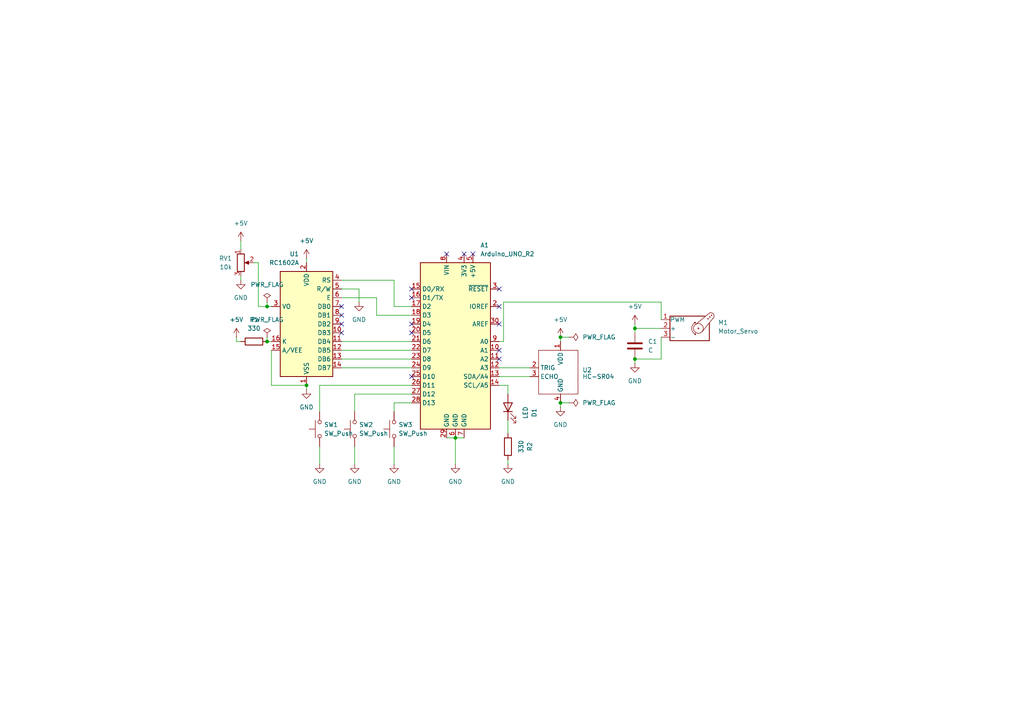
<source format=kicad_sch>
(kicad_sch (version 20250114) (generator "eeschema") (generator_version "9.0")
  (paper "A4")
  (title_block (title "Menu") (date "2025-05-01") (rev "v1") (comment 1 "Menu em um LCD"))
  (lib_symbols
    (symbol "Device:C" (pin_numbers (hide yes)) (pin_names (offset 0.254))
      (property "Reference" "C" (at 0.635 2.54 0))
      (property "Value" "C" (at 0.635 -2.54 0))
      (symbol "C_0_1"
        (polyline (pts (xy -2.032 0.762) (xy 2.032 0.762)) (stroke (width 0.508)))
        (polyline (pts (xy -2.032 -0.762) (xy 2.032 -0.762)) (stroke (width 0.508)))
      )
      (symbol "C_1_1"
        (pin passive line (at 0 3.81 270) (length 2.794) (name "~") (number "1"))
        (pin passive line (at 0 -3.81 90) (length 2.794) (name "~") (number "2"))
      )
    )
    (symbol "Device:LED" (pin_numbers (hide yes)) (pin_names (offset 1.016) (hide yes))
      (property "Reference" "D" (at 0 2.54 0))
      (property "Value" "LED" (at 0 -2.54 0))
      (symbol "LED_0_1"
        (polyline (pts (xy -3.048 -0.762) (xy -4.572 -2.286) (xy -3.81 -2.286) (xy -4.572 -2.286) (xy -4.572 -1.524)))
        (polyline (pts (xy -1.778 -0.762) (xy -3.302 -2.286) (xy -2.54 -2.286) (xy -3.302 -2.286) (xy -3.302 -1.524)))
        (polyline (pts (xy -1.27 0) (xy 1.27 0)))
        (polyline (pts (xy -1.27 -1.27) (xy -1.27 1.27)) (stroke (width 0.254)))
        (polyline (pts (xy 1.27 -1.27) (xy 1.27 1.27) (xy -1.27 0) (xy 1.27 -1.27)) (stroke (width 0.254)))
      )
      (symbol "LED_1_1"
        (pin passive line (at -3.81 0 0) (length 2.54) (name "K") (number "1"))
        (pin passive line (at 3.81 0 180) (length 2.54) (name "A") (number "2"))
      )
    )
    (symbol "Device:R" (pin_numbers (hide yes)) (pin_names (offset 0))
      (property "Reference" "R" (at 2.032 0 90))
      (property "Value" "R" (at 0 0 90))
      (symbol "R_0_1"
        (rectangle (start -1.016 -2.54) (end 1.016 2.54) (stroke (width 0.254)))
      )
      (symbol "R_1_1"
        (pin passive line (at 0 3.81 270) (length 1.27) (name "~") (number "1"))
        (pin passive line (at 0 -3.81 90) (length 1.27) (name "~") (number "2"))
      )
    )
    (symbol "Device:R_Potentiometer" (pin_names (offset 1.016) (hide yes))
      (property "Reference" "RV" (at -4.445 0 90))
      (property "Value" "R_Potentiometer" (at -2.54 0 90))
      (symbol "R_Potentiometer_0_1"
        (rectangle (start 1.016 2.54) (end -1.016 -2.54) (stroke (width 0.254)))
        (polyline (pts (xy 1.143 0) (xy 2.286 0.508) (xy 2.286 -0.508) (xy 1.143 0)) (fill (type outline)))
        (polyline (pts (xy 2.54 0) (xy 1.524 0)))
      )
      (symbol "R_Potentiometer_1_1"
        (pin passive line (at 0 3.81 270) (length 1.27) (name "1") (number "1"))
        (pin passive line (at 0 -3.81 90) (length 1.27) (name "3") (number "3"))
        (pin passive line (at 3.81 0 180) (length 1.27) (name "2") (number "2"))
      )
    )
    (symbol "Display_Character:RC1602A"
      (property "Reference" "U" (at -6.35 16.51 0))
      (property "Value" "RC1602A" (at 2.794 16.51 0))
      (symbol "RC1602A_0_1"
        (rectangle (start -7.62 15.24) (end 7.62 -15.24) (stroke (width 0.254)) (fill (type background)))
      )
      (symbol "RC1602A_1_1"
        (pin input line (at -10.16 12.7 0) (length 2.54) (name "RS") (number "4"))
        (pin input line (at -10.16 10.16 0) (length 2.54) (name "R/W") (number "5"))
        (pin input line (at -10.16 7.62 0) (length 2.54) (name "E") (number "6"))
        (pin bidirectional line (at -10.16 5.08 0) (length 2.54) (name "DB0") (number "7"))
        (pin bidirectional line (at -10.16 2.54 0) (length 2.54) (name "DB1") (number "8"))
        (pin bidirectional line (at -10.16 0 0) (length 2.54) (name "DB2") (number "9"))
        (pin bidirectional line (at -10.16 -2.54 0) (length 2.54) (name "DB3") (number "10"))
        (pin bidirectional line (at -10.16 -5.08 0) (length 2.54) (name "DB4") (number "11"))
        (pin bidirectional line (at -10.16 -7.62 0) (length 2.54) (name "DB5") (number "12"))
        (pin bidirectional line (at -10.16 -10.16 0) (length 2.54) (name "DB6") (number "13"))
        (pin bidirectional line (at -10.16 -12.7 0) (length 2.54) (name "DB7") (number "14"))
        (pin power_in line (at 0 17.78 270) (length 2.54) (name "VDD") (number "2"))
        (pin power_in line (at 0 -17.78 90) (length 2.54) (name "VSS") (number "1"))
        (pin power_in line (at 10.16 5.08 180) (length 2.54) (name "VO") (number "3"))
        (pin power_in line (at 10.16 -5.08 180) (length 2.54) (name "K") (number "16"))
        (pin power_in line (at 10.16 -7.62 180) (length 2.54) (name "A/VEE") (number "15"))
      )
    )
    (symbol "MCU_Module:Arduino_UNO_R2"
      (property "Reference" "A" (at -10.16 23.495 0))
      (property "Value" "Arduino_UNO_R2" (at 5.08 -26.67 0))
      (symbol "Arduino_UNO_R2_0_1"
        (rectangle (start -10.16 22.86) (end 10.16 -25.4) (stroke (width 0.254)) (fill (type background)))
      )
      (symbol "Arduino_UNO_R2_1_1"
        (pin bidirectional line (at -12.7 15.24 0) (length 2.54) (name "D0/RX") (number "15"))
        (pin bidirectional line (at -12.7 12.7 0) (length 2.54) (name "D1/TX") (number "16"))
        (pin bidirectional line (at -12.7 10.16 0) (length 2.54) (name "D2") (number "17"))
        (pin bidirectional line (at -12.7 7.62 0) (length 2.54) (name "D3") (number "18"))
        (pin bidirectional line (at -12.7 5.08 0) (length 2.54) (name "D4") (number "19"))
        (pin bidirectional line (at -12.7 2.54 0) (length 2.54) (name "D5") (number "20"))
        (pin bidirectional line (at -12.7 0 0) (length 2.54) (name "D6") (number "21"))
        (pin bidirectional line (at -12.7 -2.54 0) (length 2.54) (name "D7") (number "22"))
        (pin bidirectional line (at -12.7 -5.08 0) (length 2.54) (name "D8") (number "23"))
        (pin bidirectional line (at -12.7 -7.62 0) (length 2.54) (name "D9") (number "24"))
        (pin bidirectional line (at -12.7 -10.16 0) (length 2.54) (name "D10") (number "25"))
        (pin bidirectional line (at -12.7 -12.7 0) (length 2.54) (name "D11") (number "26"))
        (pin bidirectional line (at -12.7 -15.24 0) (length 2.54) (name "D12") (number "27"))
        (pin bidirectional line (at -12.7 -17.78 0) (length 2.54) (name "D13") (number "28"))
        (pin no_connect line (at -10.16 -20.32 0) (length 2.54) (hide yes) (name "NC") (number "1"))
        (pin power_in line (at -2.54 25.4 270) (length 2.54) (name "VIN") (number "8"))
        (pin power_in line (at -2.54 -27.94 90) (length 2.54) (name "GND") (number "29"))
        (pin power_in line (at 0 -27.94 90) (length 2.54) (name "GND") (number "6"))
        (pin power_out line (at 2.54 25.4 270) (length 2.54) (name "3V3") (number "4"))
        (pin power_in line (at 2.54 -27.94 90) (length 2.54) (name "GND") (number "7"))
        (pin power_out line (at 5.08 25.4 270) (length 2.54) (name "+5V") (number "5"))
        (pin input line (at 12.7 15.24 180) (length 2.54) (name "~{RESET}") (number "3"))
        (pin output line (at 12.7 10.16 180) (length 2.54) (name "IOREF") (number "2"))
        (pin input line (at 12.7 5.08 180) (length 2.54) (name "AREF") (number "30"))
        (pin bidirectional line (at 12.7 0 180) (length 2.54) (name "A0") (number "9"))
        (pin bidirectional line (at 12.7 -2.54 180) (length 2.54) (name "A1") (number "10"))
        (pin bidirectional line (at 12.7 -5.08 180) (length 2.54) (name "A2") (number "11"))
        (pin bidirectional line (at 12.7 -7.62 180) (length 2.54) (name "A3") (number "12"))
        (pin bidirectional line (at 12.7 -10.16 180) (length 2.54) (name "SDA/A4") (number "13"))
        (pin bidirectional line (at 12.7 -12.7 180) (length 2.54) (name "SCL/A5") (number "14"))
      )
    )
    (symbol "Motor:Motor_Servo" (pin_names (offset 0.0254))
      (property "Reference" "M" (at -5.08 4.445 0))
      (property "Value" "Motor_Servo" (at -5.08 -4.064 0))
      (symbol "Motor_Servo_0_1"
        (polyline (pts (xy 2.413 1.778) (xy 1.905 1.778)))
        (polyline (pts (xy 2.413 1.778) (xy 2.286 1.397)))
        (polyline (pts (xy 2.413 -1.778) (xy 2.032 -1.778)))
        (polyline (pts (xy 2.413 -1.778) (xy 2.286 -1.397)))
        (arc (start 2.413 -1.778) (mid 1.2406 0) (end 2.413 1.778))
        (circle (center 3.175 0) (radius 0.1778))
        (circle (center 3.175 0) (radius 1.4224))
        (polyline (pts (xy 5.08 3.556) (xy -5.08 3.556) (xy -5.08 -3.556) (xy 6.35 -3.556) (xy 6.35 1.524)) (stroke (width 0.254)))
        (circle (center 5.969 2.794) (radius 0.127))
        (polyline (pts (xy 6.35 4.445) (xy 2.54 1.27)))
        (circle (center 6.477 3.302) (radius 0.127))
        (arc (start 6.35 4.445) (mid 7.4487 4.2737) (end 7.62 3.175))
        (circle (center 6.985 3.81) (radius 0.127))
        (polyline (pts (xy 7.62 3.175) (xy 4.191 -1.016)))
      )
      (symbol "Motor_Servo_1_1"
        (pin passive line (at -7.62 2.54 0) (length 2.54) (name "PWM") (number "1"))
        (pin passive line (at -7.62 0 0) (length 2.54) (name "+") (number "2"))
        (pin passive line (at -7.62 -2.54 0) (length 2.54) (name "-") (number "3"))
      )
    )
    (symbol "Switch:SW_Push" (pin_numbers (hide yes)) (pin_names (offset 1.016) (hide yes))
      (property "Reference" "SW" (at 1.27 2.54 0))
      (property "Value" "SW_Push" (at 0 -1.524 0))
      (symbol "SW_Push_0_1"
        (circle (center -2.032 0) (radius 0.508))
        (polyline (pts (xy 0 1.27) (xy 0 3.048)))
        (circle (center 2.032 0) (radius 0.508))
        (polyline (pts (xy 2.54 1.27) (xy -2.54 1.27)))
        (pin passive line (at -5.08 0 0) (length 2.54) (name "1") (number "1"))
        (pin passive line (at 5.08 0 180) (length 2.54) (name "2") (number "2"))
      )
    )
    (symbol "power:+5V" (power) (pin_numbers (hide yes)) (pin_names (offset 0) (hide yes))
      (property "Value" "+5V" (at 0 3.556 0))
      (symbol "+5V_0_1"
        (polyline (pts (xy -0.762 1.27) (xy 0 2.54)))
        (polyline (pts (xy 0 2.54) (xy 0.762 1.27)))
        (polyline (pts (xy 0 0) (xy 0 2.54)))
      )
      (symbol "+5V_1_1"
        (pin power_in line (at 0 0 90) (length 0) (name "~") (number "1"))
      )
    )
    (symbol "power:GND" (power) (pin_numbers (hide yes)) (pin_names (offset 0) (hide yes))
      (property "Value" "GND" (at 0 -3.81 0))
      (symbol "GND_0_1"
        (polyline (pts (xy 0 0) (xy 0 -1.27) (xy 1.27 -1.27) (xy 0 -2.54) (xy -1.27 -1.27) (xy 0 -1.27)))
      )
      (symbol "GND_1_1"
        (pin power_in line (at 0 0 270) (length 0) (name "~") (number "1"))
      )
    )
    (symbol "power:PWR_FLAG" (power) (pin_numbers (hide yes)) (pin_names (offset 0) (hide yes))
      (property "Value" "PWR_FLAG" (at 0 3.81 0))
      (symbol "PWR_FLAG_0_0"
        (pin power_out line (at 0 0 90) (length 0) (name "~") (number "1"))
      )
      (symbol "PWR_FLAG_0_1"
        (polyline (pts (xy 0 0) (xy 0 1.27) (xy -1.016 1.905) (xy 0 2.54) (xy 1.016 1.905) (xy 0 1.27)))
      )
    )
    (symbol "sensor:hc-sr04"
      (property "Reference" "U" (at 0 0 0))
      (property "Value" "HC-SR04" (at 10.414 0 0))
      (symbol "hc-sr04_0_1"
        (rectangle (start -6.35 6.35) (end 5.08 -6.35))
      )
      (symbol "hc-sr04_1_1"
        (pin output line (at -8.89 1.27 0) (length 2.54) (name "TRIG") (number "2"))
        (pin input line (at -8.89 -1.27 0) (length 2.54) (name "ECHO") (number "3"))
        (pin power_in line (at 0 8.89 270) (length 2.54) (name "VDD") (number "1"))
        (pin power_in line (at 0 -8.89 90) (length 2.54) (name "GND") (number "4"))
      )
    )
  )
  (junction (at 162.56 116.84))
  (junction (at 77.47 88.9))
  (junction (at 184.15 95.25))
  (junction (at 184.15 104.14))
  (junction (at 162.56 97.79))
  (junction (at 77.47 99.06))
  (junction (at 132.08 127))
  (junction (at 88.9 111.76))
  (no_connect (at 119.38 93.98))
  (no_connect (at 119.38 96.52))
  (no_connect (at 144.78 88.9))
  (no_connect (at 144.78 101.6))
  (no_connect (at 144.78 83.82))
  (no_connect (at 99.06 93.98))
  (no_connect (at 129.54 73.66))
  (no_connect (at 144.78 104.14))
  (no_connect (at 99.06 91.44))
  (no_connect (at 119.38 83.82))
  (no_connect (at 99.06 96.52))
  (no_connect (at 144.78 93.98))
  (no_connect (at 119.38 86.36))
  (no_connect (at 99.06 88.9))
  (no_connect (at 134.62 73.66))
  (no_connect (at 119.38 109.22))
  (no_connect (at 137.16 73.66))
  (wire (pts (xy 73.66 76.2) (xy 74.93 76.2)))
  (wire (pts (xy 162.56 97.79) (xy 162.56 99.06)))
  (wire (pts (xy 77.47 88.9) (xy 78.74 88.9)))
  (wire (pts (xy 102.87 119.38) (xy 102.87 114.3)))
  (wire (pts (xy 77.47 99.06) (xy 78.74 99.06)))
  (wire (pts (xy 109.22 91.44) (xy 119.38 91.44)))
  (wire (pts (xy 144.78 109.22) (xy 153.67 109.22)))
  (wire (pts (xy 78.74 111.76) (xy 88.9 111.76)))
  (wire (pts (xy 132.08 127) (xy 134.62 127)))
  (wire (pts (xy 191.77 87.63) (xy 191.77 92.71)))
  (wire (pts (xy 109.22 86.36) (xy 109.22 91.44)))
  (wire (pts (xy 114.3 129.54) (xy 114.3 134.62)))
  (wire (pts (xy 92.71 111.76) (xy 119.38 111.76)))
  (wire (pts (xy 132.08 127) (xy 132.08 134.62)))
  (wire (pts (xy 114.3 81.28) (xy 114.3 88.9)))
  (wire (pts (xy 102.87 129.54) (xy 102.87 134.62)))
  (wire (pts (xy 162.56 97.79) (xy 165.1 97.79)))
  (wire (pts (xy 146.05 87.63) (xy 146.05 99.06)))
  (wire (pts (xy 114.3 119.38) (xy 114.3 116.84)))
  (wire (pts (xy 99.06 86.36) (xy 109.22 86.36)))
  (wire (pts (xy 162.56 116.84) (xy 165.1 116.84)))
  (wire (pts (xy 146.05 99.06) (xy 144.78 99.06)))
  (wire (pts (xy 162.56 116.84) (xy 162.56 118.11)))
  (wire (pts (xy 184.15 93.98) (xy 184.15 95.25)))
  (wire (pts (xy 77.47 97.79) (xy 77.47 99.06)))
  (wire (pts (xy 88.9 111.76) (xy 88.9 113.03)))
  (wire (pts (xy 99.06 104.14) (xy 119.38 104.14)))
  (wire (pts (xy 146.05 87.63) (xy 191.77 87.63)))
  (wire (pts (xy 147.32 111.76) (xy 144.78 111.76)))
  (wire (pts (xy 99.06 99.06) (xy 119.38 99.06)))
  (wire (pts (xy 68.58 99.06) (xy 69.85 99.06)))
  (wire (pts (xy 69.85 80.01) (xy 69.85 81.28)))
  (wire (pts (xy 184.15 95.25) (xy 191.77 95.25)))
  (wire (pts (xy 99.06 81.28) (xy 114.3 81.28)))
  (wire (pts (xy 191.77 104.14) (xy 184.15 104.14)))
  (wire (pts (xy 77.47 87.63) (xy 77.47 88.9)))
  (wire (pts (xy 147.32 114.3) (xy 147.32 111.76)))
  (wire (pts (xy 114.3 116.84) (xy 119.38 116.84)))
  (wire (pts (xy 74.93 76.2) (xy 74.93 88.9)))
  (wire (pts (xy 74.93 88.9) (xy 77.47 88.9)))
  (wire (pts (xy 147.32 133.35) (xy 147.32 134.62)))
  (wire (pts (xy 104.14 83.82) (xy 104.14 87.63)))
  (wire (pts (xy 129.54 127) (xy 132.08 127)))
  (wire (pts (xy 92.71 129.54) (xy 92.71 134.62)))
  (wire (pts (xy 102.87 114.3) (xy 119.38 114.3)))
  (wire (pts (xy 78.74 101.6) (xy 78.74 111.76)))
  (wire (pts (xy 191.77 97.79) (xy 191.77 104.14)))
  (wire (pts (xy 144.78 106.68) (xy 153.67 106.68)))
  (wire (pts (xy 114.3 88.9) (xy 119.38 88.9)))
  (wire (pts (xy 99.06 106.68) (xy 119.38 106.68)))
  (wire (pts (xy 184.15 96.52) (xy 184.15 95.25)))
  (wire (pts (xy 147.32 121.92) (xy 147.32 125.73)))
  (wire (pts (xy 99.06 83.82) (xy 104.14 83.82)))
  (wire (pts (xy 99.06 101.6) (xy 119.38 101.6)))
  (wire (pts (xy 68.58 97.79) (xy 68.58 99.06)))
  (wire (pts (xy 88.9 74.93) (xy 88.9 76.2)))
  (wire (pts (xy 92.71 119.38) (xy 92.71 111.76)))
  (wire (pts (xy 184.15 104.14) (xy 184.15 105.41)))
  (wire (pts (xy 69.85 69.85) (xy 69.85 72.39)))
  (symbol (lib_id "power:PWR_FLAG") (at 77.47 87.63 0) (unit 1)
    (property "Reference" "#FLG01" (effects (hide yes)))
    (property "Value" "PWR_FLAG" (at 77.47 82.55 0))
    (property "Description" "Special symbol for telling ERC where power comes from" (effects (hide yes)))
  )
  (symbol (lib_id "Device:C") (at 184.15 100.33 0) (unit 1)
    (property "Reference" "C1" (at 187.96 99.0599 0) (effects (justify left)))
    (property "Value" "C" (at 187.96 101.5999 0) (effects (justify left)))
    (property "Description" "Unpolarized capacitor" (effects (hide yes)))
  )
  (symbol (lib_id "power:PWR_FLAG") (at 165.1 116.84 270) (unit 1)
    (property "Reference" "#FLG04" (effects (hide yes)))
    (property "Value" "PWR_FLAG" (at 168.91 116.8399 90) (effects (justify left)))
    (property "Description" "Special symbol for telling ERC where power comes from" (effects (hide yes)))
  )
  (symbol (lib_id "Display_Character:RC1602A") (at 88.9 93.98 0) (mirror y) (unit 1)
    (property "Reference" "U1" (at 86.7567 73.66 0) (effects (justify left)))
    (property "Value" "RC1602A" (at 86.7567 76.2 0) (effects (justify left)))
    (property "Footprint" "Display:RC1602A" (effects (hide yes)))
    (property "Datasheet" "http://www.raystar-optronics.com/down.php?ProID=18" (effects (hide yes)))
    (property "Description" "LCD 16x2 Alphanumeric gray backlight, 3 or 5V VDD" (effects (hide yes)))
  )
  (symbol (lib_id "power:+5V") (at 68.58 97.79 0) (unit 1)
    (property "Reference" "#PWR01" (effects (hide yes)))
    (property "Value" "+5V" (at 68.58 92.71 0))
    (property "Description" "Power symbol creates a global label with name \"+5V\"" (effects (hide yes)))
  )
  (symbol (lib_id "Switch:SW_Push") (at 114.3 124.46 90) (unit 1)
    (property "Reference" "SW3" (at 115.57 123.1899 90) (effects (justify right)))
    (property "Value" "SW_Push" (at 115.57 125.7299 90) (effects (justify right)))
    (property "Description" "Push button switch, generic, two pins" (effects (hide yes)))
  )
  (symbol (lib_id "Device:R_Potentiometer") (at 69.85 76.2 0) (unit 1)
    (property "Reference" "RV1" (at 67.31 74.9299 0) (effects (justify right)))
    (property "Value" "10k" (at 67.31 77.4699 0) (effects (justify right)))
    (property "Description" "Potentiometer" (effects (hide yes)))
  )
  (symbol (lib_id "Switch:SW_Push") (at 102.87 124.46 90) (unit 1)
    (property "Reference" "SW2" (at 104.14 123.1899 90) (effects (justify right)))
    (property "Value" "SW_Push" (at 104.14 125.7299 90) (effects (justify right)))
    (property "Description" "Push button switch, generic, two pins" (effects (hide yes)))
  )
  (symbol (lib_id "Switch:SW_Push") (at 92.71 124.46 90) (unit 1)
    (property "Reference" "SW1" (at 93.98 123.1899 90) (effects (justify right)))
    (property "Value" "SW_Push" (at 93.98 125.7299 90) (effects (justify right)))
    (property "Description" "Push button switch, generic, two pins" (effects (hide yes)))
  )
  (symbol (lib_id "power:GND") (at 147.32 134.62 0) (unit 1)
    (property "Reference" "#PWR013" (effects (hide yes)))
    (property "Value" "GND" (at 147.32 139.7 0))
    (property "Description" "Power symbol creates a global label with name \"GND\" , ground" (effects (hide yes)))
  )
  (symbol (lib_id "power:GND") (at 104.14 87.63 0) (unit 1)
    (property "Reference" "#PWR08" (effects (hide yes)))
    (property "Value" "GND" (at 104.14 92.71 0))
    (property "Description" "Power symbol creates a global label with name \"GND\" , ground" (effects (hide yes)))
  )
  (symbol (lib_id "power:GND") (at 92.71 134.62 0) (unit 1)
    (property "Reference" "#PWR06" (effects (hide yes)))
    (property "Value" "GND" (at 92.71 139.7 0))
    (property "Description" "Power symbol creates a global label with name \"GND\" , ground" (effects (hide yes)))
  )
  (symbol (lib_id "power:GND") (at 102.87 134.62 0) (unit 1)
    (property "Reference" "#PWR07" (effects (hide yes)))
    (property "Value" "GND" (at 102.87 139.7 0))
    (property "Description" "Power symbol creates a global label with name \"GND\" , ground" (effects (hide yes)))
  )
  (symbol (lib_id "power:PWR_FLAG") (at 165.1 97.79 270) (unit 1)
    (property "Reference" "#FLG03" (effects (hide yes)))
    (property "Value" "PWR_FLAG" (at 168.91 97.7899 90) (effects (justify left)))
    (property "Description" "Special symbol for telling ERC where power comes from" (effects (hide yes)))
  )
  (symbol (lib_id "power:GND") (at 88.9 113.03 0) (unit 1)
    (property "Reference" "#PWR05" (effects (hide yes)))
    (property "Value" "GND" (at 88.9 118.11 0))
    (property "Description" "Power symbol creates a global label with name \"GND\" , ground" (effects (hide yes)))
  )
  (symbol (lib_id "power:GND") (at 132.08 134.62 0) (unit 1)
    (property "Reference" "#PWR010" (effects (hide yes)))
    (property "Value" "GND" (at 132.08 139.7 0))
    (property "Description" "Power symbol creates a global label with name \"GND\" , ground" (effects (hide yes)))
  )
  (symbol (lib_id "Motor:Motor_Servo") (at 199.39 95.25 0) (unit 1)
    (property "Reference" "M1" (at 208.28 93.5468 0) (effects (justify left)))
    (property "Value" "Motor_Servo" (at 208.28 96.0868 0) (effects (justify left)))
    (property "Datasheet" "http://forums.parallax.com/uploads/attachments/46831/74481.png" (effects (hide yes)))
    (property "Description" "Servo Motor (Futaba, HiTec, JR connector)" (effects (hide yes)))
  )
  (symbol (lib_id "power:+5V") (at 162.56 97.79 0) (unit 1)
    (property "Reference" "#PWR014" (effects (hide yes)))
    (property "Value" "+5V" (at 162.56 92.71 0))
    (property "Description" "Power symbol creates a global label with name \"+5V\"" (effects (hide yes)))
  )
  (symbol (lib_id "power:GND") (at 162.56 118.11 0) (unit 1)
    (property "Reference" "#PWR015" (effects (hide yes)))
    (property "Value" "GND" (at 162.56 123.19 0))
    (property "Description" "Power symbol creates a global label with name \"GND\" , ground" (effects (hide yes)))
  )
  (symbol (lib_id "power:GND") (at 114.3 134.62 0) (unit 1)
    (property "Reference" "#PWR09" (effects (hide yes)))
    (property "Value" "GND" (at 114.3 139.7 0))
    (property "Description" "Power symbol creates a global label with name \"GND\" , ground" (effects (hide yes)))
  )
  (symbol (lib_id "power:+5V") (at 69.85 69.85 0) (unit 1)
    (property "Reference" "#PWR02" (effects (hide yes)))
    (property "Value" "+5V" (at 69.85 64.77 0))
    (property "Description" "Power symbol creates a global label with name \"+5V\"" (effects (hide yes)))
  )
  (symbol (lib_id "power:PWR_FLAG") (at 77.47 97.79 0) (unit 1)
    (property "Reference" "#FLG02" (effects (hide yes)))
    (property "Value" "PWR_FLAG" (at 77.47 92.71 0))
    (property "Description" "Special symbol for telling ERC where power comes from" (effects (hide yes)))
  )
  (symbol (lib_id "power:GND") (at 69.85 81.28 0) (unit 1)
    (property "Reference" "#PWR03" (effects (hide yes)))
    (property "Value" "GND" (at 69.85 86.36 0))
    (property "Description" "Power symbol creates a global label with name \"GND\" , ground" (effects (hide yes)))
  )
  (symbol (lib_id "Device:LED") (at 147.32 118.11 90) (unit 1)
    (property "Reference" "D1" (at 154.94 119.6975 0))
    (property "Value" "LED" (at 152.4 119.6975 0))
    (property "Description" "Light emitting diode" (effects (hide yes)))
    (property "Sim.Pins" "1=K 2=A" (effects (hide yes)))
  )
  (symbol (lib_id "power:+5V") (at 88.9 74.93 0) (unit 1)
    (property "Reference" "#PWR04" (effects (hide yes)))
    (property "Value" "+5V" (at 88.9 69.85 0))
    (property "Description" "Power symbol creates a global label with name \"+5V\"" (effects (hide yes)))
  )
  (symbol (lib_id "sensor:hc-sr04") (at 162.56 107.95 0) (unit 1)
    (property "Reference" "U2" (at 168.91 107.3149 0) (effects (justify left)))
    (property "Value" "HC-SR04" (at 168.91 109.22 0) (effects (justify left)))
  )
  (symbol (lib_id "Device:R") (at 147.32 129.54 0) (unit 1)
    (property "Reference" "R2" (at 153.67 129.54 90))
    (property "Value" "330" (at 151.13 129.54 90))
    (property "Description" "Resistor" (effects (hide yes)))
  )
  (symbol (lib_id "Device:R") (at 73.66 99.06 90) (unit 1)
    (property "Reference" "R1" (at 73.66 92.71 90))
    (property "Value" "330" (at 73.66 95.25 90))
    (property "Description" "Resistor" (effects (hide yes)))
  )
  (symbol (lib_id "MCU_Module:Arduino_UNO_R2") (at 132.08 99.06 0) (unit 1)
    (property "Reference" "A1" (at 139.3033 71.12 0) (effects (justify left)))
    (property "Value" "Arduino_UNO_R2" (at 139.3033 73.66 0) (effects (justify left)))
    (property "Footprint" "Module:Arduino_UNO_R3" (effects (hide yes)))
    (property "Datasheet" "https://www.arduino.cc/en/Main/arduinoBoardUno" (effects (hide yes)))
    (property "Description" "Arduino UNO Microcontroller Module, release 2" (effects (hide yes)))
  )
  (symbol (lib_id "power:+5V") (at 184.15 93.98 0) (unit 1)
    (property "Reference" "#PWR011" (effects (hide yes)))
    (property "Value" "+5V" (at 184.15 88.9 0))
    (property "Description" "Power symbol creates a global label with name \"+5V\"" (effects (hide yes)))
  )
  (symbol (lib_id "power:GND") (at 184.15 105.41 0) (unit 1)
    (property "Reference" "#PWR012" (effects (hide yes)))
    (property "Value" "GND" (at 184.15 110.49 0))
    (property "Description" "Power symbol creates a global label with name \"GND\" , ground" (effects (hide yes)))
  )
)
</source>
